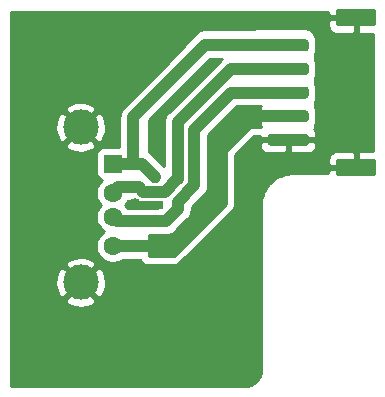
<source format=gtl>
G04 #@! TF.GenerationSoftware,KiCad,Pcbnew,(5.1.9)-1*
G04 #@! TF.CreationDate,2021-08-18T12:55:09-04:00*
G04 #@! TF.ProjectId,si-mips-usb-a-if,73692d6d-6970-4732-9d75-73622d612d69,rev?*
G04 #@! TF.SameCoordinates,Original*
G04 #@! TF.FileFunction,Copper,L1,Top*
G04 #@! TF.FilePolarity,Positive*
%FSLAX46Y46*%
G04 Gerber Fmt 4.6, Leading zero omitted, Abs format (unit mm)*
G04 Created by KiCad (PCBNEW (5.1.9)-1) date 2021-08-18 12:55:09*
%MOMM*%
%LPD*%
G01*
G04 APERTURE LIST*
G04 #@! TA.AperFunction,SMDPad,CuDef*
%ADD10R,1.000000X0.700000*%
G04 #@! TD*
G04 #@! TA.AperFunction,SMDPad,CuDef*
%ADD11R,0.600000X0.700000*%
G04 #@! TD*
G04 #@! TA.AperFunction,ComponentPad*
%ADD12C,1.600000*%
G04 #@! TD*
G04 #@! TA.AperFunction,ComponentPad*
%ADD13R,1.500000X1.600000*%
G04 #@! TD*
G04 #@! TA.AperFunction,ComponentPad*
%ADD14C,3.000000*%
G04 #@! TD*
G04 #@! TA.AperFunction,ComponentPad*
%ADD15C,5.000000*%
G04 #@! TD*
G04 #@! TA.AperFunction,ViaPad*
%ADD16C,0.800000*%
G04 #@! TD*
G04 #@! TA.AperFunction,ViaPad*
%ADD17C,1.000000*%
G04 #@! TD*
G04 #@! TA.AperFunction,Conductor*
%ADD18C,1.000000*%
G04 #@! TD*
G04 #@! TA.AperFunction,Conductor*
%ADD19C,0.750000*%
G04 #@! TD*
G04 #@! TA.AperFunction,Conductor*
%ADD20C,1.050000*%
G04 #@! TD*
G04 #@! TA.AperFunction,Conductor*
%ADD21C,0.254000*%
G04 #@! TD*
G04 #@! TA.AperFunction,Conductor*
%ADD22C,0.100000*%
G04 #@! TD*
G04 APERTURE END LIST*
G04 #@! TO.P,J2,1*
G04 #@! TO.N,Earth*
G04 #@! TA.AperFunction,SMDPad,CuDef*
G36*
G01*
X114150000Y-71500000D02*
X111150000Y-71500000D01*
G75*
G02*
X110900000Y-71250000I0J250000D01*
G01*
X110900000Y-70750000D01*
G75*
G02*
X111150000Y-70500000I250000J0D01*
G01*
X114150000Y-70500000D01*
G75*
G02*
X114400000Y-70750000I0J-250000D01*
G01*
X114400000Y-71250000D01*
G75*
G02*
X114150000Y-71500000I-250000J0D01*
G01*
G37*
G04 #@! TD.AperFunction*
G04 #@! TO.P,J2,2*
G04 #@! TO.N,GND*
G04 #@! TA.AperFunction,SMDPad,CuDef*
G36*
G01*
X114150000Y-69500000D02*
X111150000Y-69500000D01*
G75*
G02*
X110900000Y-69250000I0J250000D01*
G01*
X110900000Y-68750000D01*
G75*
G02*
X111150000Y-68500000I250000J0D01*
G01*
X114150000Y-68500000D01*
G75*
G02*
X114400000Y-68750000I0J-250000D01*
G01*
X114400000Y-69250000D01*
G75*
G02*
X114150000Y-69500000I-250000J0D01*
G01*
G37*
G04 #@! TD.AperFunction*
G04 #@! TO.P,J2,3*
G04 #@! TO.N,/D+*
G04 #@! TA.AperFunction,SMDPad,CuDef*
G36*
G01*
X114150000Y-67500000D02*
X111150000Y-67500000D01*
G75*
G02*
X110900000Y-67250000I0J250000D01*
G01*
X110900000Y-66750000D01*
G75*
G02*
X111150000Y-66500000I250000J0D01*
G01*
X114150000Y-66500000D01*
G75*
G02*
X114400000Y-66750000I0J-250000D01*
G01*
X114400000Y-67250000D01*
G75*
G02*
X114150000Y-67500000I-250000J0D01*
G01*
G37*
G04 #@! TD.AperFunction*
G04 #@! TO.P,J2,4*
G04 #@! TO.N,/D-*
G04 #@! TA.AperFunction,SMDPad,CuDef*
G36*
G01*
X114150000Y-65500000D02*
X111150000Y-65500000D01*
G75*
G02*
X110900000Y-65250000I0J250000D01*
G01*
X110900000Y-64750000D01*
G75*
G02*
X111150000Y-64500000I250000J0D01*
G01*
X114150000Y-64500000D01*
G75*
G02*
X114400000Y-64750000I0J-250000D01*
G01*
X114400000Y-65250000D01*
G75*
G02*
X114150000Y-65500000I-250000J0D01*
G01*
G37*
G04 #@! TD.AperFunction*
G04 #@! TO.P,J2,5*
G04 #@! TO.N,VBUS*
G04 #@! TA.AperFunction,SMDPad,CuDef*
G36*
G01*
X114150000Y-63500000D02*
X111150000Y-63500000D01*
G75*
G02*
X110900000Y-63250000I0J250000D01*
G01*
X110900000Y-62750000D01*
G75*
G02*
X111150000Y-62500000I250000J0D01*
G01*
X114150000Y-62500000D01*
G75*
G02*
X114400000Y-62750000I0J-250000D01*
G01*
X114400000Y-63250000D01*
G75*
G02*
X114150000Y-63500000I-250000J0D01*
G01*
G37*
G04 #@! TD.AperFunction*
G04 #@! TO.P,J2,MP*
G04 #@! TO.N,Earth*
G04 #@! TA.AperFunction,SMDPad,CuDef*
G36*
G01*
X119850000Y-74100000D02*
X116950000Y-74100000D01*
G75*
G02*
X116700000Y-73850000I0J250000D01*
G01*
X116700000Y-72850000D01*
G75*
G02*
X116950000Y-72600000I250000J0D01*
G01*
X119850000Y-72600000D01*
G75*
G02*
X120100000Y-72850000I0J-250000D01*
G01*
X120100000Y-73850000D01*
G75*
G02*
X119850000Y-74100000I-250000J0D01*
G01*
G37*
G04 #@! TD.AperFunction*
G04 #@! TA.AperFunction,SMDPad,CuDef*
G36*
G01*
X119850000Y-61400000D02*
X116950000Y-61400000D01*
G75*
G02*
X116700000Y-61150000I0J250000D01*
G01*
X116700000Y-60150000D01*
G75*
G02*
X116950000Y-59900000I250000J0D01*
G01*
X119850000Y-59900000D01*
G75*
G02*
X120100000Y-60150000I0J-250000D01*
G01*
X120100000Y-61150000D01*
G75*
G02*
X119850000Y-61400000I-250000J0D01*
G01*
G37*
G04 #@! TD.AperFunction*
G04 #@! TD*
D10*
G04 #@! TO.P,U1,1*
G04 #@! TO.N,Earth*
X101590000Y-76500000D03*
D11*
G04 #@! TO.P,U1,2*
G04 #@! TO.N,/D+*
X103310000Y-76500000D03*
G04 #@! TO.P,U1,3*
G04 #@! TO.N,/D-*
X103310000Y-74300000D03*
G04 #@! TO.P,U1,4*
G04 #@! TO.N,VBUS*
X101410000Y-74300000D03*
G04 #@! TD*
D12*
G04 #@! TO.P,J1,4*
G04 #@! TO.N,GND*
X97800000Y-80000000D03*
G04 #@! TO.P,J1,3*
G04 #@! TO.N,/D+*
X97800000Y-77500000D03*
G04 #@! TO.P,J1,2*
G04 #@! TO.N,/D-*
X97800000Y-75500000D03*
D13*
G04 #@! TO.P,J1,1*
G04 #@! TO.N,VBUS*
X97800000Y-73000000D03*
D14*
G04 #@! TO.P,J1,5*
G04 #@! TO.N,Earth*
X95090000Y-83070000D03*
X95090000Y-69930000D03*
G04 #@! TD*
D15*
G04 #@! TO.P,H1,1*
G04 #@! TO.N,Earth*
X94870000Y-64000000D03*
G04 #@! TD*
G04 #@! TO.P,H2,1*
G04 #@! TO.N,Earth*
X94870000Y-89000000D03*
G04 #@! TD*
D16*
G04 #@! TO.N,GND*
X106250000Y-64500000D03*
X105250000Y-65500000D03*
X104250000Y-66500000D03*
X103250000Y-67500000D03*
X102250000Y-68500000D03*
X101750000Y-69750000D03*
X101750000Y-71000000D03*
X101750000Y-72250000D03*
X109080000Y-69000000D03*
X110250000Y-69000000D03*
X108040000Y-70040000D03*
X107040000Y-71040000D03*
X106690000Y-72560000D03*
X106690000Y-74060000D03*
X106690000Y-75310000D03*
X106500000Y-76500000D03*
X105625000Y-77375000D03*
X104500000Y-78500000D03*
X103500000Y-79500000D03*
X101750000Y-80000000D03*
G04 #@! TO.N,Earth*
X118400000Y-71570000D03*
X115700000Y-73350000D03*
X112650000Y-72550000D03*
X118400000Y-62340000D03*
X115690000Y-60670000D03*
D17*
X99670000Y-76470000D03*
G04 #@! TD*
D18*
G04 #@! TO.N,GND*
X106690000Y-76310000D02*
X106500000Y-76500000D01*
X103000000Y-80000000D02*
X101750000Y-80000000D01*
X106690000Y-71390000D02*
X106690000Y-72560000D01*
X109080000Y-69000000D02*
X108040000Y-70040000D01*
X112650000Y-69000000D02*
X110250000Y-69000000D01*
X109080000Y-69000000D02*
X109080000Y-69000000D01*
X110250000Y-69000000D02*
X109080000Y-69000000D01*
X108040000Y-70040000D02*
X107040000Y-71040000D01*
X107040000Y-71040000D02*
X106690000Y-71390000D01*
X106690000Y-72560000D02*
X106690000Y-74060000D01*
X106690000Y-74060000D02*
X106690000Y-75310000D01*
X106690000Y-75310000D02*
X106690000Y-76310000D01*
X106500000Y-76500000D02*
X105625000Y-77375000D01*
X105625000Y-77375000D02*
X104500000Y-78500000D01*
X104500000Y-78500000D02*
X103500000Y-79500000D01*
X103500000Y-79500000D02*
X103000000Y-80000000D01*
X101750000Y-80000000D02*
X99750000Y-80000000D01*
X99750000Y-80000000D02*
X97800000Y-80000000D01*
D19*
G04 #@! TO.N,Earth*
X101590000Y-76500000D02*
X99700000Y-76500000D01*
X99700000Y-76500000D02*
X99670000Y-76470000D01*
D20*
G04 #@! TO.N,/D+*
X104700000Y-70125000D02*
X107825000Y-67000000D01*
X104700000Y-74850000D02*
X104700000Y-70125000D01*
X107825000Y-67000000D02*
X112650000Y-67000000D01*
X103310000Y-76240000D02*
X104700000Y-74850000D01*
X102300000Y-77890000D02*
X103310000Y-76880000D01*
X98190000Y-77890000D02*
X102300000Y-77890000D01*
X103310000Y-76880000D02*
X103310000Y-76240000D01*
X97800000Y-77500000D02*
X98190000Y-77890000D01*
G04 #@! TO.N,/D-*
X103310000Y-74300000D02*
X103310000Y-74310000D01*
X103280000Y-74300000D02*
X103310000Y-74300000D01*
X102204999Y-75375001D02*
X103280000Y-74300000D01*
X100365001Y-75375001D02*
X102204999Y-75375001D01*
X100010000Y-75020000D02*
X100365001Y-75375001D01*
X98280000Y-75020000D02*
X100010000Y-75020000D01*
X97800000Y-75500000D02*
X98280000Y-75020000D01*
X112650000Y-65000000D02*
X107790000Y-65000000D01*
X107790000Y-65000000D02*
X103310000Y-69480000D01*
X103310000Y-69480000D02*
X103310000Y-74270000D01*
X103310000Y-74270000D02*
X103310000Y-74300000D01*
G04 #@! TO.N,VBUS*
X100295009Y-73010000D02*
X101410000Y-74124991D01*
X97810000Y-73010000D02*
X100295009Y-73010000D01*
X97800000Y-73000000D02*
X97810000Y-73010000D01*
D18*
X99500000Y-73000000D02*
X97800000Y-73000000D01*
X99500000Y-69100000D02*
X99500000Y-73000000D01*
X105600000Y-63000000D02*
X99500000Y-69100000D01*
X112650000Y-63000000D02*
X105600000Y-63000000D01*
G04 #@! TD*
D21*
G04 #@! TO.N,Earth*
X116065000Y-60364250D02*
X116223750Y-60523000D01*
X118273000Y-60523000D01*
X118273000Y-60503000D01*
X118527000Y-60503000D01*
X118527000Y-60523000D01*
X118547000Y-60523000D01*
X118547000Y-60777000D01*
X118527000Y-60777000D01*
X118527000Y-61876250D01*
X118685750Y-62035000D01*
X119840000Y-62037507D01*
X119840001Y-71962493D01*
X118685750Y-71965000D01*
X118527000Y-72123750D01*
X118527000Y-73223000D01*
X118547000Y-73223000D01*
X118547000Y-73477000D01*
X118527000Y-73477000D01*
X118527000Y-73497000D01*
X118273000Y-73497000D01*
X118273000Y-73477000D01*
X116223750Y-73477000D01*
X116065000Y-73635750D01*
X116063648Y-73840000D01*
X112967581Y-73840000D01*
X112938627Y-73842852D01*
X112926219Y-73842765D01*
X112917047Y-73843665D01*
X112528855Y-73884466D01*
X112470299Y-73896486D01*
X112411498Y-73907702D01*
X112402677Y-73910366D01*
X112029802Y-74025790D01*
X111974647Y-74048975D01*
X111919194Y-74071379D01*
X111911062Y-74075704D01*
X111911057Y-74075706D01*
X111911053Y-74075709D01*
X111567702Y-74261357D01*
X111518101Y-74294813D01*
X111468054Y-74327563D01*
X111460913Y-74333387D01*
X111160158Y-74582194D01*
X111118019Y-74624629D01*
X111075269Y-74666492D01*
X111069396Y-74673593D01*
X110822695Y-74976077D01*
X110789598Y-75025893D01*
X110755795Y-75075259D01*
X110751413Y-75083365D01*
X110568163Y-75428007D01*
X110545368Y-75483313D01*
X110521802Y-75538296D01*
X110519077Y-75547099D01*
X110406259Y-75920770D01*
X110394639Y-75979458D01*
X110382203Y-76037961D01*
X110381240Y-76047126D01*
X110343150Y-76435595D01*
X110340000Y-76467582D01*
X110340001Y-90467711D01*
X110311375Y-90759660D01*
X110235965Y-91009429D01*
X110113477Y-91239794D01*
X109948579Y-91441979D01*
X109747546Y-91608288D01*
X109518046Y-91732378D01*
X109268805Y-91809531D01*
X108978911Y-91840000D01*
X89160000Y-91840000D01*
X89160000Y-84561653D01*
X93777952Y-84561653D01*
X93933962Y-84877214D01*
X94308745Y-85068020D01*
X94713551Y-85182044D01*
X95132824Y-85214902D01*
X95550451Y-85165334D01*
X95950383Y-85035243D01*
X96246038Y-84877214D01*
X96402048Y-84561653D01*
X95090000Y-83249605D01*
X93777952Y-84561653D01*
X89160000Y-84561653D01*
X89160000Y-83112824D01*
X92945098Y-83112824D01*
X92994666Y-83530451D01*
X93124757Y-83930383D01*
X93282786Y-84226038D01*
X93598347Y-84382048D01*
X94910395Y-83070000D01*
X95269605Y-83070000D01*
X96581653Y-84382048D01*
X96897214Y-84226038D01*
X97088020Y-83851255D01*
X97202044Y-83446449D01*
X97234902Y-83027176D01*
X97185334Y-82609549D01*
X97055243Y-82209617D01*
X96897214Y-81913962D01*
X96581653Y-81757952D01*
X95269605Y-83070000D01*
X94910395Y-83070000D01*
X93598347Y-81757952D01*
X93282786Y-81913962D01*
X93091980Y-82288745D01*
X92977956Y-82693551D01*
X92945098Y-83112824D01*
X89160000Y-83112824D01*
X89160000Y-81578347D01*
X93777952Y-81578347D01*
X95090000Y-82890395D01*
X96402048Y-81578347D01*
X96246038Y-81262786D01*
X95871255Y-81071980D01*
X95466449Y-80957956D01*
X95047176Y-80925098D01*
X94629549Y-80974666D01*
X94229617Y-81104757D01*
X93933962Y-81262786D01*
X93777952Y-81578347D01*
X89160000Y-81578347D01*
X89160000Y-75358665D01*
X96365000Y-75358665D01*
X96365000Y-75641335D01*
X96420147Y-75918574D01*
X96528320Y-76179727D01*
X96685363Y-76414759D01*
X96770604Y-76500000D01*
X96685363Y-76585241D01*
X96528320Y-76820273D01*
X96420147Y-77081426D01*
X96365000Y-77358665D01*
X96365000Y-77641335D01*
X96420147Y-77918574D01*
X96528320Y-78179727D01*
X96685363Y-78414759D01*
X96885241Y-78614637D01*
X97087827Y-78750000D01*
X96885241Y-78885363D01*
X96685363Y-79085241D01*
X96528320Y-79320273D01*
X96420147Y-79581426D01*
X96365000Y-79858665D01*
X96365000Y-80141335D01*
X96420147Y-80418574D01*
X96528320Y-80679727D01*
X96685363Y-80914759D01*
X96885241Y-81114637D01*
X97120273Y-81271680D01*
X97381426Y-81379853D01*
X97658665Y-81435000D01*
X97941335Y-81435000D01*
X98218574Y-81379853D01*
X98479727Y-81271680D01*
X98684284Y-81135000D01*
X100130574Y-81135000D01*
X100163336Y-81243004D01*
X100222017Y-81352787D01*
X100300987Y-81449013D01*
X100397213Y-81527983D01*
X100506996Y-81586664D01*
X100626118Y-81622799D01*
X100750000Y-81635000D01*
X103000000Y-81635000D01*
X103123882Y-81622799D01*
X103243004Y-81586664D01*
X103352787Y-81527983D01*
X103449013Y-81449013D01*
X107949013Y-76949013D01*
X108027983Y-76852787D01*
X108086664Y-76743004D01*
X108122799Y-76623882D01*
X108135000Y-76500000D01*
X108135000Y-72600000D01*
X116061928Y-72600000D01*
X116065000Y-73064250D01*
X116223750Y-73223000D01*
X118273000Y-73223000D01*
X118273000Y-72123750D01*
X118114250Y-71965000D01*
X116700000Y-71961928D01*
X116575518Y-71974188D01*
X116455820Y-72010498D01*
X116345506Y-72069463D01*
X116248815Y-72148815D01*
X116169463Y-72245506D01*
X116110498Y-72355820D01*
X116074188Y-72475518D01*
X116061928Y-72600000D01*
X108135000Y-72600000D01*
X108135000Y-72263026D01*
X108898026Y-71500000D01*
X110261928Y-71500000D01*
X110274188Y-71624482D01*
X110310498Y-71744180D01*
X110369463Y-71854494D01*
X110448815Y-71951185D01*
X110545506Y-72030537D01*
X110655820Y-72089502D01*
X110775518Y-72125812D01*
X110900000Y-72138072D01*
X112364250Y-72135000D01*
X112523000Y-71976250D01*
X112523000Y-71127000D01*
X112777000Y-71127000D01*
X112777000Y-71976250D01*
X112935750Y-72135000D01*
X114400000Y-72138072D01*
X114524482Y-72125812D01*
X114644180Y-72089502D01*
X114754494Y-72030537D01*
X114851185Y-71951185D01*
X114930537Y-71854494D01*
X114989502Y-71744180D01*
X115025812Y-71624482D01*
X115038072Y-71500000D01*
X115035000Y-71285750D01*
X114876250Y-71127000D01*
X112777000Y-71127000D01*
X112523000Y-71127000D01*
X110423750Y-71127000D01*
X110265000Y-71285750D01*
X110261928Y-71500000D01*
X108898026Y-71500000D01*
X109763026Y-70635000D01*
X110263864Y-70635000D01*
X110265000Y-70714250D01*
X110423750Y-70873000D01*
X112523000Y-70873000D01*
X112523000Y-70853000D01*
X112777000Y-70853000D01*
X112777000Y-70873000D01*
X114876250Y-70873000D01*
X115035000Y-70714250D01*
X115038072Y-70500000D01*
X115025812Y-70375518D01*
X114989502Y-70255820D01*
X114930537Y-70145506D01*
X114877084Y-70080373D01*
X114885000Y-70000000D01*
X114885000Y-69747535D01*
X114888405Y-69743386D01*
X114970472Y-69589850D01*
X115021008Y-69423254D01*
X115038072Y-69250000D01*
X115038072Y-68750000D01*
X115021008Y-68576746D01*
X114970472Y-68410150D01*
X114888405Y-68256614D01*
X114885000Y-68252465D01*
X114885000Y-67747535D01*
X114888405Y-67743386D01*
X114970472Y-67589850D01*
X115021008Y-67423254D01*
X115038072Y-67250000D01*
X115038072Y-66750000D01*
X115021008Y-66576746D01*
X114970472Y-66410150D01*
X114888405Y-66256614D01*
X114885000Y-66252465D01*
X114885000Y-65747535D01*
X114888405Y-65743386D01*
X114970472Y-65589850D01*
X115021008Y-65423254D01*
X115038072Y-65250000D01*
X115038072Y-64750000D01*
X115021008Y-64576746D01*
X114970472Y-64410150D01*
X114888405Y-64256614D01*
X114885000Y-64252465D01*
X114885000Y-63747535D01*
X114888405Y-63743386D01*
X114970472Y-63589850D01*
X115021008Y-63423254D01*
X115038072Y-63250000D01*
X115038072Y-62750000D01*
X115021008Y-62576746D01*
X114970472Y-62410150D01*
X114888405Y-62256614D01*
X114885000Y-62252465D01*
X114885000Y-62200000D01*
X114872081Y-62072561D01*
X114835265Y-61953648D01*
X114775959Y-61844202D01*
X114696440Y-61748429D01*
X114599764Y-61670010D01*
X114489648Y-61611958D01*
X114370322Y-61576504D01*
X114246371Y-61565010D01*
X105496371Y-61615010D01*
X105360194Y-61630581D01*
X105242038Y-61669758D01*
X105133795Y-61731233D01*
X105039625Y-61812644D01*
X102330248Y-64664620D01*
X98736865Y-68258004D01*
X98693551Y-68293551D01*
X98551716Y-68466377D01*
X98450475Y-68655788D01*
X98446324Y-68663554D01*
X98381423Y-68877502D01*
X98359509Y-69100000D01*
X98365000Y-69155752D01*
X98365001Y-71561928D01*
X97050000Y-71561928D01*
X96925518Y-71574188D01*
X96805820Y-71610498D01*
X96695506Y-71669463D01*
X96598815Y-71748815D01*
X96519463Y-71845506D01*
X96460498Y-71955820D01*
X96424188Y-72075518D01*
X96411928Y-72200000D01*
X96411928Y-73800000D01*
X96424188Y-73924482D01*
X96460498Y-74044180D01*
X96519463Y-74154494D01*
X96598815Y-74251185D01*
X96695506Y-74330537D01*
X96805820Y-74389502D01*
X96863581Y-74407023D01*
X96685363Y-74585241D01*
X96528320Y-74820273D01*
X96420147Y-75081426D01*
X96365000Y-75358665D01*
X89160000Y-75358665D01*
X89160000Y-71421653D01*
X93777952Y-71421653D01*
X93933962Y-71737214D01*
X94308745Y-71928020D01*
X94713551Y-72042044D01*
X95132824Y-72074902D01*
X95550451Y-72025334D01*
X95950383Y-71895243D01*
X96246038Y-71737214D01*
X96402048Y-71421653D01*
X95090000Y-70109605D01*
X93777952Y-71421653D01*
X89160000Y-71421653D01*
X89160000Y-69972824D01*
X92945098Y-69972824D01*
X92994666Y-70390451D01*
X93124757Y-70790383D01*
X93282786Y-71086038D01*
X93598347Y-71242048D01*
X94910395Y-69930000D01*
X95269605Y-69930000D01*
X96581653Y-71242048D01*
X96897214Y-71086038D01*
X97088020Y-70711255D01*
X97202044Y-70306449D01*
X97234902Y-69887176D01*
X97185334Y-69469549D01*
X97055243Y-69069617D01*
X96897214Y-68773962D01*
X96581653Y-68617952D01*
X95269605Y-69930000D01*
X94910395Y-69930000D01*
X93598347Y-68617952D01*
X93282786Y-68773962D01*
X93091980Y-69148745D01*
X92977956Y-69553551D01*
X92945098Y-69972824D01*
X89160000Y-69972824D01*
X89160000Y-68438347D01*
X93777952Y-68438347D01*
X95090000Y-69750395D01*
X96402048Y-68438347D01*
X96246038Y-68122786D01*
X95871255Y-67931980D01*
X95466449Y-67817956D01*
X95047176Y-67785098D01*
X94629549Y-67834666D01*
X94229617Y-67964757D01*
X93933962Y-68122786D01*
X93777952Y-68438347D01*
X89160000Y-68438347D01*
X89160000Y-61400000D01*
X116061928Y-61400000D01*
X116074188Y-61524482D01*
X116110498Y-61644180D01*
X116169463Y-61754494D01*
X116248815Y-61851185D01*
X116345506Y-61930537D01*
X116455820Y-61989502D01*
X116575518Y-62025812D01*
X116700000Y-62038072D01*
X118114250Y-62035000D01*
X118273000Y-61876250D01*
X118273000Y-60777000D01*
X116223750Y-60777000D01*
X116065000Y-60935750D01*
X116061928Y-61400000D01*
X89160000Y-61400000D01*
X89160000Y-60160000D01*
X116063648Y-60160000D01*
X116065000Y-60364250D01*
G04 #@! TA.AperFunction,Conductor*
D22*
G36*
X116065000Y-60364250D02*
G01*
X116223750Y-60523000D01*
X118273000Y-60523000D01*
X118273000Y-60503000D01*
X118527000Y-60503000D01*
X118527000Y-60523000D01*
X118547000Y-60523000D01*
X118547000Y-60777000D01*
X118527000Y-60777000D01*
X118527000Y-61876250D01*
X118685750Y-62035000D01*
X119840000Y-62037507D01*
X119840001Y-71962493D01*
X118685750Y-71965000D01*
X118527000Y-72123750D01*
X118527000Y-73223000D01*
X118547000Y-73223000D01*
X118547000Y-73477000D01*
X118527000Y-73477000D01*
X118527000Y-73497000D01*
X118273000Y-73497000D01*
X118273000Y-73477000D01*
X116223750Y-73477000D01*
X116065000Y-73635750D01*
X116063648Y-73840000D01*
X112967581Y-73840000D01*
X112938627Y-73842852D01*
X112926219Y-73842765D01*
X112917047Y-73843665D01*
X112528855Y-73884466D01*
X112470299Y-73896486D01*
X112411498Y-73907702D01*
X112402677Y-73910366D01*
X112029802Y-74025790D01*
X111974647Y-74048975D01*
X111919194Y-74071379D01*
X111911062Y-74075704D01*
X111911057Y-74075706D01*
X111911053Y-74075709D01*
X111567702Y-74261357D01*
X111518101Y-74294813D01*
X111468054Y-74327563D01*
X111460913Y-74333387D01*
X111160158Y-74582194D01*
X111118019Y-74624629D01*
X111075269Y-74666492D01*
X111069396Y-74673593D01*
X110822695Y-74976077D01*
X110789598Y-75025893D01*
X110755795Y-75075259D01*
X110751413Y-75083365D01*
X110568163Y-75428007D01*
X110545368Y-75483313D01*
X110521802Y-75538296D01*
X110519077Y-75547099D01*
X110406259Y-75920770D01*
X110394639Y-75979458D01*
X110382203Y-76037961D01*
X110381240Y-76047126D01*
X110343150Y-76435595D01*
X110340000Y-76467582D01*
X110340001Y-90467711D01*
X110311375Y-90759660D01*
X110235965Y-91009429D01*
X110113477Y-91239794D01*
X109948579Y-91441979D01*
X109747546Y-91608288D01*
X109518046Y-91732378D01*
X109268805Y-91809531D01*
X108978911Y-91840000D01*
X89160000Y-91840000D01*
X89160000Y-84561653D01*
X93777952Y-84561653D01*
X93933962Y-84877214D01*
X94308745Y-85068020D01*
X94713551Y-85182044D01*
X95132824Y-85214902D01*
X95550451Y-85165334D01*
X95950383Y-85035243D01*
X96246038Y-84877214D01*
X96402048Y-84561653D01*
X95090000Y-83249605D01*
X93777952Y-84561653D01*
X89160000Y-84561653D01*
X89160000Y-83112824D01*
X92945098Y-83112824D01*
X92994666Y-83530451D01*
X93124757Y-83930383D01*
X93282786Y-84226038D01*
X93598347Y-84382048D01*
X94910395Y-83070000D01*
X95269605Y-83070000D01*
X96581653Y-84382048D01*
X96897214Y-84226038D01*
X97088020Y-83851255D01*
X97202044Y-83446449D01*
X97234902Y-83027176D01*
X97185334Y-82609549D01*
X97055243Y-82209617D01*
X96897214Y-81913962D01*
X96581653Y-81757952D01*
X95269605Y-83070000D01*
X94910395Y-83070000D01*
X93598347Y-81757952D01*
X93282786Y-81913962D01*
X93091980Y-82288745D01*
X92977956Y-82693551D01*
X92945098Y-83112824D01*
X89160000Y-83112824D01*
X89160000Y-81578347D01*
X93777952Y-81578347D01*
X95090000Y-82890395D01*
X96402048Y-81578347D01*
X96246038Y-81262786D01*
X95871255Y-81071980D01*
X95466449Y-80957956D01*
X95047176Y-80925098D01*
X94629549Y-80974666D01*
X94229617Y-81104757D01*
X93933962Y-81262786D01*
X93777952Y-81578347D01*
X89160000Y-81578347D01*
X89160000Y-75358665D01*
X96365000Y-75358665D01*
X96365000Y-75641335D01*
X96420147Y-75918574D01*
X96528320Y-76179727D01*
X96685363Y-76414759D01*
X96770604Y-76500000D01*
X96685363Y-76585241D01*
X96528320Y-76820273D01*
X96420147Y-77081426D01*
X96365000Y-77358665D01*
X96365000Y-77641335D01*
X96420147Y-77918574D01*
X96528320Y-78179727D01*
X96685363Y-78414759D01*
X96885241Y-78614637D01*
X97087827Y-78750000D01*
X96885241Y-78885363D01*
X96685363Y-79085241D01*
X96528320Y-79320273D01*
X96420147Y-79581426D01*
X96365000Y-79858665D01*
X96365000Y-80141335D01*
X96420147Y-80418574D01*
X96528320Y-80679727D01*
X96685363Y-80914759D01*
X96885241Y-81114637D01*
X97120273Y-81271680D01*
X97381426Y-81379853D01*
X97658665Y-81435000D01*
X97941335Y-81435000D01*
X98218574Y-81379853D01*
X98479727Y-81271680D01*
X98684284Y-81135000D01*
X100130574Y-81135000D01*
X100163336Y-81243004D01*
X100222017Y-81352787D01*
X100300987Y-81449013D01*
X100397213Y-81527983D01*
X100506996Y-81586664D01*
X100626118Y-81622799D01*
X100750000Y-81635000D01*
X103000000Y-81635000D01*
X103123882Y-81622799D01*
X103243004Y-81586664D01*
X103352787Y-81527983D01*
X103449013Y-81449013D01*
X107949013Y-76949013D01*
X108027983Y-76852787D01*
X108086664Y-76743004D01*
X108122799Y-76623882D01*
X108135000Y-76500000D01*
X108135000Y-72600000D01*
X116061928Y-72600000D01*
X116065000Y-73064250D01*
X116223750Y-73223000D01*
X118273000Y-73223000D01*
X118273000Y-72123750D01*
X118114250Y-71965000D01*
X116700000Y-71961928D01*
X116575518Y-71974188D01*
X116455820Y-72010498D01*
X116345506Y-72069463D01*
X116248815Y-72148815D01*
X116169463Y-72245506D01*
X116110498Y-72355820D01*
X116074188Y-72475518D01*
X116061928Y-72600000D01*
X108135000Y-72600000D01*
X108135000Y-72263026D01*
X108898026Y-71500000D01*
X110261928Y-71500000D01*
X110274188Y-71624482D01*
X110310498Y-71744180D01*
X110369463Y-71854494D01*
X110448815Y-71951185D01*
X110545506Y-72030537D01*
X110655820Y-72089502D01*
X110775518Y-72125812D01*
X110900000Y-72138072D01*
X112364250Y-72135000D01*
X112523000Y-71976250D01*
X112523000Y-71127000D01*
X112777000Y-71127000D01*
X112777000Y-71976250D01*
X112935750Y-72135000D01*
X114400000Y-72138072D01*
X114524482Y-72125812D01*
X114644180Y-72089502D01*
X114754494Y-72030537D01*
X114851185Y-71951185D01*
X114930537Y-71854494D01*
X114989502Y-71744180D01*
X115025812Y-71624482D01*
X115038072Y-71500000D01*
X115035000Y-71285750D01*
X114876250Y-71127000D01*
X112777000Y-71127000D01*
X112523000Y-71127000D01*
X110423750Y-71127000D01*
X110265000Y-71285750D01*
X110261928Y-71500000D01*
X108898026Y-71500000D01*
X109763026Y-70635000D01*
X110263864Y-70635000D01*
X110265000Y-70714250D01*
X110423750Y-70873000D01*
X112523000Y-70873000D01*
X112523000Y-70853000D01*
X112777000Y-70853000D01*
X112777000Y-70873000D01*
X114876250Y-70873000D01*
X115035000Y-70714250D01*
X115038072Y-70500000D01*
X115025812Y-70375518D01*
X114989502Y-70255820D01*
X114930537Y-70145506D01*
X114877084Y-70080373D01*
X114885000Y-70000000D01*
X114885000Y-69747535D01*
X114888405Y-69743386D01*
X114970472Y-69589850D01*
X115021008Y-69423254D01*
X115038072Y-69250000D01*
X115038072Y-68750000D01*
X115021008Y-68576746D01*
X114970472Y-68410150D01*
X114888405Y-68256614D01*
X114885000Y-68252465D01*
X114885000Y-67747535D01*
X114888405Y-67743386D01*
X114970472Y-67589850D01*
X115021008Y-67423254D01*
X115038072Y-67250000D01*
X115038072Y-66750000D01*
X115021008Y-66576746D01*
X114970472Y-66410150D01*
X114888405Y-66256614D01*
X114885000Y-66252465D01*
X114885000Y-65747535D01*
X114888405Y-65743386D01*
X114970472Y-65589850D01*
X115021008Y-65423254D01*
X115038072Y-65250000D01*
X115038072Y-64750000D01*
X115021008Y-64576746D01*
X114970472Y-64410150D01*
X114888405Y-64256614D01*
X114885000Y-64252465D01*
X114885000Y-63747535D01*
X114888405Y-63743386D01*
X114970472Y-63589850D01*
X115021008Y-63423254D01*
X115038072Y-63250000D01*
X115038072Y-62750000D01*
X115021008Y-62576746D01*
X114970472Y-62410150D01*
X114888405Y-62256614D01*
X114885000Y-62252465D01*
X114885000Y-62200000D01*
X114872081Y-62072561D01*
X114835265Y-61953648D01*
X114775959Y-61844202D01*
X114696440Y-61748429D01*
X114599764Y-61670010D01*
X114489648Y-61611958D01*
X114370322Y-61576504D01*
X114246371Y-61565010D01*
X105496371Y-61615010D01*
X105360194Y-61630581D01*
X105242038Y-61669758D01*
X105133795Y-61731233D01*
X105039625Y-61812644D01*
X102330248Y-64664620D01*
X98736865Y-68258004D01*
X98693551Y-68293551D01*
X98551716Y-68466377D01*
X98450475Y-68655788D01*
X98446324Y-68663554D01*
X98381423Y-68877502D01*
X98359509Y-69100000D01*
X98365000Y-69155752D01*
X98365001Y-71561928D01*
X97050000Y-71561928D01*
X96925518Y-71574188D01*
X96805820Y-71610498D01*
X96695506Y-71669463D01*
X96598815Y-71748815D01*
X96519463Y-71845506D01*
X96460498Y-71955820D01*
X96424188Y-72075518D01*
X96411928Y-72200000D01*
X96411928Y-73800000D01*
X96424188Y-73924482D01*
X96460498Y-74044180D01*
X96519463Y-74154494D01*
X96598815Y-74251185D01*
X96695506Y-74330537D01*
X96805820Y-74389502D01*
X96863581Y-74407023D01*
X96685363Y-74585241D01*
X96528320Y-74820273D01*
X96420147Y-75081426D01*
X96365000Y-75358665D01*
X89160000Y-75358665D01*
X89160000Y-71421653D01*
X93777952Y-71421653D01*
X93933962Y-71737214D01*
X94308745Y-71928020D01*
X94713551Y-72042044D01*
X95132824Y-72074902D01*
X95550451Y-72025334D01*
X95950383Y-71895243D01*
X96246038Y-71737214D01*
X96402048Y-71421653D01*
X95090000Y-70109605D01*
X93777952Y-71421653D01*
X89160000Y-71421653D01*
X89160000Y-69972824D01*
X92945098Y-69972824D01*
X92994666Y-70390451D01*
X93124757Y-70790383D01*
X93282786Y-71086038D01*
X93598347Y-71242048D01*
X94910395Y-69930000D01*
X95269605Y-69930000D01*
X96581653Y-71242048D01*
X96897214Y-71086038D01*
X97088020Y-70711255D01*
X97202044Y-70306449D01*
X97234902Y-69887176D01*
X97185334Y-69469549D01*
X97055243Y-69069617D01*
X96897214Y-68773962D01*
X96581653Y-68617952D01*
X95269605Y-69930000D01*
X94910395Y-69930000D01*
X93598347Y-68617952D01*
X93282786Y-68773962D01*
X93091980Y-69148745D01*
X92977956Y-69553551D01*
X92945098Y-69972824D01*
X89160000Y-69972824D01*
X89160000Y-68438347D01*
X93777952Y-68438347D01*
X95090000Y-69750395D01*
X96402048Y-68438347D01*
X96246038Y-68122786D01*
X95871255Y-67931980D01*
X95466449Y-67817956D01*
X95047176Y-67785098D01*
X94629549Y-67834666D01*
X94229617Y-67964757D01*
X93933962Y-68122786D01*
X93777952Y-68438347D01*
X89160000Y-68438347D01*
X89160000Y-61400000D01*
X116061928Y-61400000D01*
X116074188Y-61524482D01*
X116110498Y-61644180D01*
X116169463Y-61754494D01*
X116248815Y-61851185D01*
X116345506Y-61930537D01*
X116455820Y-61989502D01*
X116575518Y-62025812D01*
X116700000Y-62038072D01*
X118114250Y-62035000D01*
X118273000Y-61876250D01*
X118273000Y-60777000D01*
X116223750Y-60777000D01*
X116065000Y-60935750D01*
X116061928Y-61400000D01*
X89160000Y-61400000D01*
X89160000Y-60160000D01*
X116063648Y-60160000D01*
X116065000Y-60364250D01*
G37*
G04 #@! TD.AperFunction*
D21*
X99540789Y-76199213D02*
X99717422Y-76344172D01*
X99918941Y-76451886D01*
X100115000Y-76511360D01*
X100115000Y-76730000D01*
X99011362Y-76730000D01*
X98914637Y-76585241D01*
X98829396Y-76500000D01*
X98914637Y-76414759D01*
X99071498Y-76180000D01*
X99525021Y-76180000D01*
X99540789Y-76199213D01*
G04 #@! TA.AperFunction,Conductor*
D22*
G36*
X99540789Y-76199213D02*
G01*
X99717422Y-76344172D01*
X99918941Y-76451886D01*
X100115000Y-76511360D01*
X100115000Y-76730000D01*
X99011362Y-76730000D01*
X98914637Y-76585241D01*
X98829396Y-76500000D01*
X98914637Y-76414759D01*
X99071498Y-76180000D01*
X99525021Y-76180000D01*
X99540789Y-76199213D01*
G37*
G04 #@! TD.AperFunction*
G04 #@! TD*
D21*
G04 #@! TO.N,GND*
X110310498Y-68255820D02*
X110274188Y-68375518D01*
X110261928Y-68500000D01*
X110265000Y-68714250D01*
X110423750Y-68873000D01*
X112523000Y-68873000D01*
X112523000Y-68853000D01*
X112777000Y-68853000D01*
X112777000Y-68873000D01*
X112797000Y-68873000D01*
X112797000Y-69127000D01*
X112777000Y-69127000D01*
X112777000Y-69147000D01*
X112523000Y-69147000D01*
X112523000Y-69127000D01*
X110423750Y-69127000D01*
X110265000Y-69285750D01*
X110261928Y-69500000D01*
X110274188Y-69624482D01*
X110310498Y-69744180D01*
X110369463Y-69854494D01*
X110384650Y-69873000D01*
X109500000Y-69873000D01*
X109475224Y-69875440D01*
X109451399Y-69882667D01*
X109429443Y-69894403D01*
X109410197Y-69910197D01*
X107410197Y-71910197D01*
X107394403Y-71929443D01*
X107382667Y-71951399D01*
X107375440Y-71975224D01*
X107373000Y-72000000D01*
X107373000Y-76447394D01*
X102947394Y-80873000D01*
X100877000Y-80873000D01*
X100877000Y-79050000D01*
X102243031Y-79050000D01*
X102300000Y-79055611D01*
X102356969Y-79050000D01*
X102356979Y-79050000D01*
X102527400Y-79033215D01*
X102746060Y-78966885D01*
X102947579Y-78859171D01*
X103124212Y-78714212D01*
X103160536Y-78669951D01*
X104089957Y-77740531D01*
X104134212Y-77704212D01*
X104279171Y-77527579D01*
X104386885Y-77326060D01*
X104453215Y-77107400D01*
X104470000Y-76936979D01*
X104470000Y-76936978D01*
X104475612Y-76880000D01*
X104470000Y-76823021D01*
X104470000Y-76720487D01*
X105479957Y-75710531D01*
X105524212Y-75674212D01*
X105569144Y-75619463D01*
X105669171Y-75497579D01*
X105673222Y-75490000D01*
X105776885Y-75296060D01*
X105843215Y-75077400D01*
X105860000Y-74906979D01*
X105860000Y-74906969D01*
X105865611Y-74850000D01*
X105860000Y-74793031D01*
X105860000Y-70605487D01*
X108305487Y-68160000D01*
X110361716Y-68160000D01*
X110310498Y-68255820D01*
G04 #@! TA.AperFunction,Conductor*
D22*
G36*
X110310498Y-68255820D02*
G01*
X110274188Y-68375518D01*
X110261928Y-68500000D01*
X110265000Y-68714250D01*
X110423750Y-68873000D01*
X112523000Y-68873000D01*
X112523000Y-68853000D01*
X112777000Y-68853000D01*
X112777000Y-68873000D01*
X112797000Y-68873000D01*
X112797000Y-69127000D01*
X112777000Y-69127000D01*
X112777000Y-69147000D01*
X112523000Y-69147000D01*
X112523000Y-69127000D01*
X110423750Y-69127000D01*
X110265000Y-69285750D01*
X110261928Y-69500000D01*
X110274188Y-69624482D01*
X110310498Y-69744180D01*
X110369463Y-69854494D01*
X110384650Y-69873000D01*
X109500000Y-69873000D01*
X109475224Y-69875440D01*
X109451399Y-69882667D01*
X109429443Y-69894403D01*
X109410197Y-69910197D01*
X107410197Y-71910197D01*
X107394403Y-71929443D01*
X107382667Y-71951399D01*
X107375440Y-71975224D01*
X107373000Y-72000000D01*
X107373000Y-76447394D01*
X102947394Y-80873000D01*
X100877000Y-80873000D01*
X100877000Y-79050000D01*
X102243031Y-79050000D01*
X102300000Y-79055611D01*
X102356969Y-79050000D01*
X102356979Y-79050000D01*
X102527400Y-79033215D01*
X102746060Y-78966885D01*
X102947579Y-78859171D01*
X103124212Y-78714212D01*
X103160536Y-78669951D01*
X104089957Y-77740531D01*
X104134212Y-77704212D01*
X104279171Y-77527579D01*
X104386885Y-77326060D01*
X104453215Y-77107400D01*
X104470000Y-76936979D01*
X104470000Y-76936978D01*
X104475612Y-76880000D01*
X104470000Y-76823021D01*
X104470000Y-76720487D01*
X105479957Y-75710531D01*
X105524212Y-75674212D01*
X105569144Y-75619463D01*
X105669171Y-75497579D01*
X105673222Y-75490000D01*
X105776885Y-75296060D01*
X105843215Y-75077400D01*
X105860000Y-74906979D01*
X105860000Y-74906969D01*
X105865611Y-74850000D01*
X105860000Y-74793031D01*
X105860000Y-70605487D01*
X108305487Y-68160000D01*
X110361716Y-68160000D01*
X110310498Y-68255820D01*
G37*
G04 #@! TD.AperFunction*
D21*
X106965788Y-64175788D02*
X106929468Y-64220044D01*
X102530049Y-68619464D01*
X102485788Y-68655788D01*
X102340829Y-68832422D01*
X102233115Y-69033941D01*
X102166785Y-69252601D01*
X102150000Y-69423022D01*
X102150000Y-69423031D01*
X102144389Y-69480000D01*
X102150000Y-69536969D01*
X102150001Y-73224505D01*
X101155545Y-72230049D01*
X101119221Y-72185788D01*
X100942588Y-72040829D01*
X100877000Y-72005772D01*
X100877000Y-69328131D01*
X106070133Y-64135000D01*
X107015488Y-64135000D01*
X106965788Y-64175788D01*
G04 #@! TA.AperFunction,Conductor*
D22*
G36*
X106965788Y-64175788D02*
G01*
X106929468Y-64220044D01*
X102530049Y-68619464D01*
X102485788Y-68655788D01*
X102340829Y-68832422D01*
X102233115Y-69033941D01*
X102166785Y-69252601D01*
X102150000Y-69423022D01*
X102150000Y-69423031D01*
X102144389Y-69480000D01*
X102150000Y-69536969D01*
X102150001Y-73224505D01*
X101155545Y-72230049D01*
X101119221Y-72185788D01*
X100942588Y-72040829D01*
X100877000Y-72005772D01*
X100877000Y-69328131D01*
X106070133Y-64135000D01*
X107015488Y-64135000D01*
X106965788Y-64175788D01*
G37*
G04 #@! TD.AperFunction*
G04 #@! TD*
M02*

</source>
